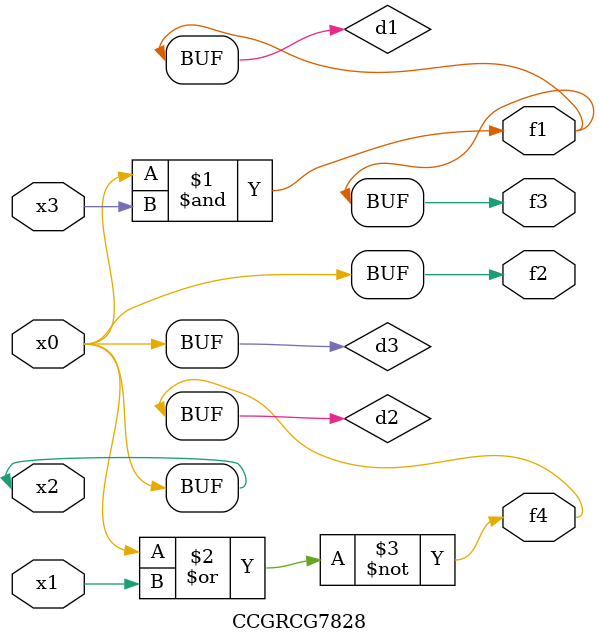
<source format=v>
module CCGRCG7828(
	input x0, x1, x2, x3,
	output f1, f2, f3, f4
);

	wire d1, d2, d3;

	and (d1, x2, x3);
	nor (d2, x0, x1);
	buf (d3, x0, x2);
	assign f1 = d1;
	assign f2 = d3;
	assign f3 = d1;
	assign f4 = d2;
endmodule

</source>
